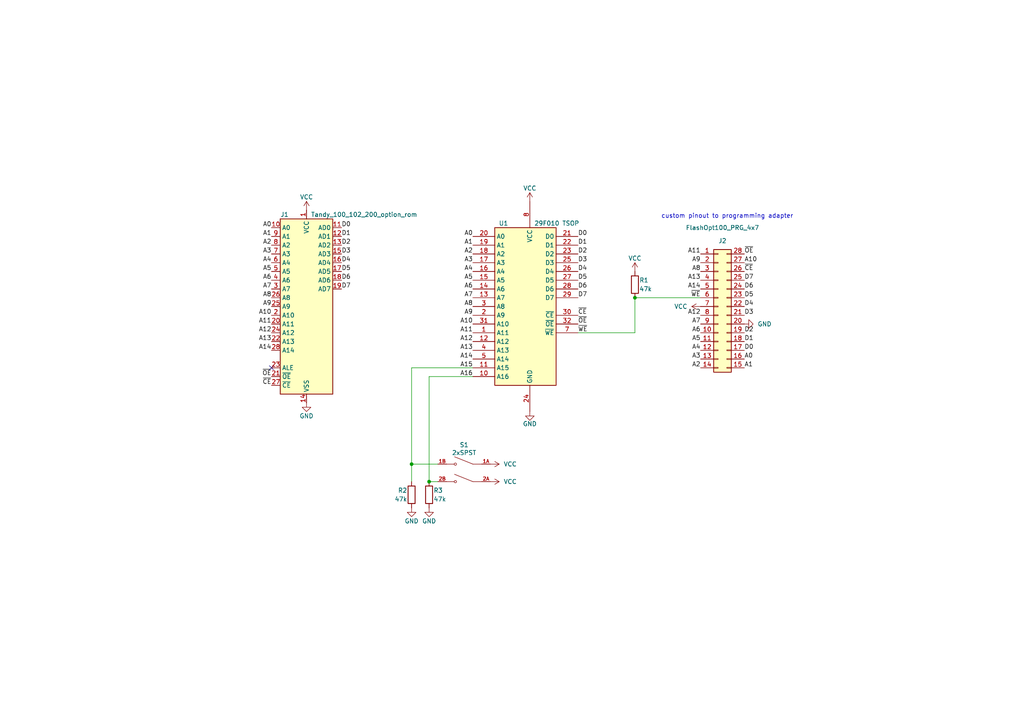
<source format=kicad_sch>
(kicad_sch (version 20211123) (generator eeschema)
  (paper "A4")
  (title_block (title "Flash-based Tandy Model 100/200 Option ROM") (date "2022-12-24") (rev "005"))
  (lib_symbols
    (symbol "000_LOCAL:29F010-TSOP-SP"
      (property "Reference" "U" (at 6.858 24.13 0))
      (property "Value" "29F010-TSOP-SP" (at 15.24 -24.13 0))
      (symbol "29F010-TSOP-SP_0_1"
        (rectangle (start -8.89 -22.86) (end 8.89 22.86) (stroke (width 0.254)) (fill (type background)))
      )
      (symbol "29F010-TSOP-SP_1_1"
        (pin input line (at -15.24 -7.62 0) (length 6.35) (name "A11") (number "1"))
        (pin input line (at -15.24 -20.32 0) (length 6.35) (name "A16") (number "10"))
        (pin input line (at -15.24 -17.78 0) (length 6.35) (name "A15") (number "11"))
        (pin input line (at -15.24 -10.16 0) (length 6.35) (name "A12") (number "12"))
        (pin input line (at -15.24 2.54 0) (length 6.35) (name "A7") (number "13"))
        (pin input line (at -15.24 5.08 0) (length 6.35) (name "A6") (number "14"))
        (pin input line (at -15.24 7.62 0) (length 6.35) (name "A5") (number "15"))
        (pin input line (at -15.24 10.16 0) (length 6.35) (name "A4") (number "16"))
        (pin input line (at -15.24 12.7 0) (length 6.35) (name "A3") (number "17"))
        (pin input line (at -15.24 15.24 0) (length 6.35) (name "A2") (number "18"))
        (pin input line (at -15.24 17.78 0) (length 6.35) (name "A1") (number "19"))
        (pin input line (at -15.24 -2.54 0) (length 6.35) (name "A9") (number "2"))
        (pin input line (at -15.24 20.32 0) (length 6.35) (name "A0") (number "20"))
        (pin tri_state line (at 15.24 20.32 180) (length 6.35) (name "D0") (number "21"))
        (pin tri_state line (at 15.24 17.78 180) (length 6.35) (name "D1") (number "22"))
        (pin tri_state line (at 15.24 15.24 180) (length 6.35) (name "D2") (number "23"))
        (pin input line (at 1.27 -30.48 90) (length 7.62) (name "GND") (number "24"))
        (pin tri_state line (at 15.24 12.7 180) (length 6.35) (name "D3") (number "25"))
        (pin tri_state line (at 15.24 10.16 180) (length 6.35) (name "D4") (number "26"))
        (pin tri_state line (at 15.24 7.62 180) (length 6.35) (name "D5") (number "27"))
        (pin tri_state line (at 15.24 5.08 180) (length 6.35) (name "D6") (number "28"))
        (pin tri_state line (at 15.24 2.54 180) (length 6.35) (name "D7") (number "29"))
        (pin input line (at -15.24 0 0) (length 6.35) (name "A8") (number "3"))
        (pin input line (at 15.24 -2.54 180) (length 6.35) (name "~{CE}") (number "30"))
        (pin input line (at -15.24 -5.08 0) (length 6.35) (name "A10") (number "31"))
        (pin input line (at 15.24 -5.08 180) (length 6.35) (name "~{OE}") (number "32"))
        (pin input line (at -15.24 -12.7 0) (length 6.35) (name "A13") (number "4"))
        (pin input line (at -15.24 -15.24 0) (length 6.35) (name "A14") (number "5"))
        (pin input line (at 15.24 -7.62 180) (length 6.35) (name "~{WE}") (number "7"))
        (pin input line (at 1.27 30.48 270) (length 7.62) (name "VCC") (number "8"))
      )
    )
    (symbol "000_LOCAL:DS05-127-2-02BK-SMT-TR" (pin_names (offset 1.016) hide)
      (property "Reference" "S" (at -2.54 5.08 0))
      (property "Value" "DS05-127-2-02BK-SMT-TR" (at -2.54 -5.08 0))
      (symbol "DS05-127-2-02BK-SMT-TR_0_0"
        (polyline (pts (xy -2.54 -2.54) (xy -5.08 -2.54)) (stroke (width 0.1524)))
        (polyline (pts (xy -2.54 -2.54) (xy 2.794 -0.4064)) (stroke (width 0.1524)))
        (polyline (pts (xy -2.54 2.54) (xy -5.08 2.54)) (stroke (width 0.1524)))
        (polyline (pts (xy -2.54 2.54) (xy 2.794 4.6736)) (stroke (width 0.1524)))
        (polyline (pts (xy 5.08 -2.54) (xy 2.921 -2.54)) (stroke (width 0.1524)))
        (polyline (pts (xy 5.08 2.54) (xy 2.921 2.54)) (stroke (width 0.1524)))
        (circle (center 2.54 -2.54) (radius 0.3302) (stroke (width 0.1524)))
        (circle (center 2.54 2.54) (radius 0.3302) (stroke (width 0.1524)))
        (pin passive line (at -7.62 2.54 0) (length 2.54) (name "~") (number "1A"))
        (pin passive line (at 7.62 2.54 180) (length 2.54) (name "~") (number "1B"))
        (pin passive line (at -7.62 -2.54 0) (length 2.54) (name "~") (number "2A"))
        (pin passive line (at 7.62 -2.54 180) (length 2.54) (name "~") (number "2B"))
      )
    )
    (symbol "000_LOCAL:FlashOpt100_PRG_4x7" (pin_names (offset 1.016) hide)
      (property "Reference" "J" (at 1.27 17.78 0))
      (property "Value" "FlashOpt100_PRG_4x7" (at 1.27 -20.32 0))
      (symbol "FlashOpt100_PRG_4x7_1_1"
        (rectangle (start -1.27 -17.653) (end 0 -17.907) (stroke (width 0.1524)))
        (rectangle (start -1.27 -15.113) (end 0 -15.367) (stroke (width 0.1524)))
        (rectangle (start -1.27 -12.573) (end 0 -12.827) (stroke (width 0.1524)))
        (rectangle (start -1.27 -10.033) (end 0 -10.287) (stroke (width 0.1524)))
        (rectangle (start -1.27 -7.493) (end 0 -7.747) (stroke (width 0.1524)))
        (rectangle (start -1.27 -4.953) (end 0 -5.207) (stroke (width 0.1524)))
        (rectangle (start -1.27 -2.413) (end 0 -2.667) (stroke (width 0.1524)))
        (rectangle (start -1.27 0.127) (end 0 -0.127) (stroke (width 0.1524)))
        (rectangle (start -1.27 2.667) (end 0 2.413) (stroke (width 0.1524)))
        (rectangle (start -1.27 5.207) (end 0 4.953) (stroke (width 0.1524)))
        (rectangle (start -1.27 7.747) (end 0 7.493) (stroke (width 0.1524)))
        (rectangle (start -1.27 10.287) (end 0 10.033) (stroke (width 0.1524)))
        (rectangle (start -1.27 12.827) (end 0 12.573) (stroke (width 0.1524)))
        (rectangle (start -1.27 15.367) (end 0 15.113) (stroke (width 0.1524)))
        (rectangle (start -1.27 16.51) (end 3.81 -19.05) (stroke (width 0.254)) (fill (type background)))
        (rectangle (start 3.81 -17.653) (end 2.54 -17.907) (stroke (width 0.1524)))
        (rectangle (start 3.81 -15.113) (end 2.54 -15.367) (stroke (width 0.1524)))
        (rectangle (start 3.81 -12.573) (end 2.54 -12.827) (stroke (width 0.1524)))
        (rectangle (start 3.81 -10.033) (end 2.54 -10.287) (stroke (width 0.1524)))
        (rectangle (start 3.81 -7.493) (end 2.54 -7.747) (stroke (width 0.1524)))
        (rectangle (start 3.81 -4.953) (end 2.54 -5.207) (stroke (width 0.1524)))
        (rectangle (start 3.81 -2.413) (end 2.54 -2.667) (stroke (width 0.1524)))
        (rectangle (start 3.81 0.127) (end 2.54 -0.127) (stroke (width 0.1524)))
        (rectangle (start 3.81 2.667) (end 2.54 2.413) (stroke (width 0.1524)))
        (rectangle (start 3.81 5.207) (end 2.54 4.953) (stroke (width 0.1524)))
        (rectangle (start 3.81 7.747) (end 2.54 7.493) (stroke (width 0.1524)))
        (rectangle (start 3.81 10.287) (end 2.54 10.033) (stroke (width 0.1524)))
        (rectangle (start 3.81 12.827) (end 2.54 12.573) (stroke (width 0.1524)))
        (rectangle (start 3.81 15.367) (end 2.54 15.113) (stroke (width 0.1524)))
        (pin passive line (at -5.08 15.24 0) (length 3.81) (name "Pin_1") (number "1"))
        (pin passive line (at -5.08 -7.62 0) (length 3.81) (name "Pin_10") (number "10"))
        (pin passive line (at -5.08 -10.16 0) (length 3.81) (name "Pin_11") (number "11"))
        (pin passive line (at -5.08 -12.7 0) (length 3.81) (name "Pin_12") (number "12"))
        (pin passive line (at -5.08 -15.24 0) (length 3.81) (name "Pin_13") (number "13"))
        (pin passive line (at -5.08 -17.78 0) (length 3.81) (name "Pin_14") (number "14"))
        (pin passive line (at 7.62 -17.78 180) (length 3.81) (name "Pin_15") (number "15"))
        (pin passive line (at 7.62 -15.24 180) (length 3.81) (name "Pin_16") (number "16"))
        (pin passive line (at 7.62 -12.7 180) (length 3.81) (name "Pin_17") (number "17"))
        (pin passive line (at 7.62 -10.16 180) (length 3.81) (name "Pin_18") (number "18"))
        (pin passive line (at 7.62 -7.62 180) (length 3.81) (name "Pin_19") (number "19"))
        (pin passive line (at -5.08 12.7 0) (length 3.81) (name "Pin_2") (number "2"))
        (pin passive line (at 7.62 -5.08 180) (length 3.81) (name "Pin_20") (number "20"))
        (pin passive line (at 7.62 -2.54 180) (length 3.81) (name "Pin_21") (number "21"))
        (pin passive line (at 7.62 0 180) (length 3.81) (name "Pin_22") (number "22"))
        (pin passive line (at 7.62 2.54 180) (length 3.81) (name "Pin_23") (number "23"))
        (pin passive line (at 7.62 5.08 180) (length 3.81) (name "Pin_24") (number "24"))
        (pin passive line (at 7.62 7.62 180) (length 3.81) (name "Pin_25") (number "25"))
        (pin passive line (at 7.62 10.16 180) (length 3.81) (name "Pin_26") (number "26"))
        (pin passive line (at 7.62 12.7 180) (length 3.81) (name "Pin_27") (number "27"))
        (pin passive line (at 7.62 15.24 180) (length 3.81) (name "Pin_28") (number "28"))
        (pin passive line (at -5.08 10.16 0) (length 3.81) (name "Pin_3") (number "3"))
        (pin passive line (at -5.08 7.62 0) (length 3.81) (name "Pin_4") (number "4"))
        (pin passive line (at -5.08 5.08 0) (length 3.81) (name "Pin_5") (number "5"))
        (pin passive line (at -5.08 2.54 0) (length 3.81) (name "Pin_6") (number "6"))
        (pin passive line (at -5.08 0 0) (length 3.81) (name "Pin_7") (number "7"))
        (pin passive line (at -5.08 -2.54 0) (length 3.81) (name "Pin_8") (number "8"))
        (pin passive line (at -5.08 -5.08 0) (length 3.81) (name "Pin_9") (number "9"))
      )
    )
    (symbol "000_LOCAL:R" (pin_numbers hide) (pin_names (offset 0))
      (property "Reference" "R" (at 2.032 0 90))
      (property "Value" "R" (at 0 0 90))
      (symbol "R_0_1"
        (rectangle (start -1.016 -2.54) (end 1.016 2.54) (stroke (width 0.254)))
      )
      (symbol "R_1_1"
        (pin passive line (at 0 3.81 270) (length 1.27) (name "~") (number "1"))
        (pin passive line (at 0 -3.81 90) (length 1.27) (name "~") (number "2"))
      )
    )
    (symbol "000_LOCAL:Tandy_100_102_200_option_rom"
      (property "Reference" "U" (at -7.62 26.67 0))
      (property "Value" "Tandy_100_102_200_option_rom" (at 2.54 -26.67 0))
      (symbol "Tandy_100_102_200_option_rom_1_1"
        (rectangle (start -7.62 25.4) (end 7.62 -25.4) (stroke (width 0.254)) (fill (type background)))
        (pin power_in line (at 0 27.94 270) (length 2.54) (name "VCC") (number "1"))
        (pin input line (at -10.16 22.86 0) (length 2.54) (name "A0") (number "10"))
        (pin tri_state line (at 10.16 22.86 180) (length 2.54) (name "AD0") (number "11"))
        (pin tri_state line (at 10.16 20.32 180) (length 2.54) (name "AD1") (number "12"))
        (pin tri_state line (at 10.16 17.78 180) (length 2.54) (name "AD2") (number "13"))
        (pin power_in line (at 0 -27.94 90) (length 2.54) (name "VSS") (number "14"))
        (pin tri_state line (at 10.16 15.24 180) (length 2.54) (name "AD3") (number "15"))
        (pin tri_state line (at 10.16 12.7 180) (length 2.54) (name "AD4") (number "16"))
        (pin tri_state line (at 10.16 10.16 180) (length 2.54) (name "AD5") (number "17"))
        (pin tri_state line (at 10.16 7.62 180) (length 2.54) (name "AD6") (number "18"))
        (pin tri_state line (at 10.16 5.08 180) (length 2.54) (name "AD7") (number "19"))
        (pin input line (at -10.16 -2.54 0) (length 2.54) (name "A10") (number "2"))
        (pin input line (at -10.16 -5.08 0) (length 2.54) (name "A11") (number "20"))
        (pin input line (at -10.16 -20.32 0) (length 2.54) (name "~{OE}") (number "21"))
        (pin input line (at -10.16 -10.16 0) (length 2.54) (name "A13") (number "22"))
        (pin input line (at -10.16 -17.78 0) (length 2.54) (name "ALE") (number "23"))
        (pin input line (at -10.16 -7.62 0) (length 2.54) (name "A12") (number "24"))
        (pin input line (at -10.16 0 0) (length 2.54) (name "A9") (number "25"))
        (pin input line (at -10.16 2.54 0) (length 2.54) (name "A8") (number "26"))
        (pin input line (at -10.16 -22.86 0) (length 2.54) (name "~{CE}") (number "27"))
        (pin input line (at -10.16 -12.7 0) (length 2.54) (name "A14") (number "28"))
        (pin input line (at -10.16 5.08 0) (length 2.54) (name "A7") (number "3"))
        (pin input line (at -10.16 7.62 0) (length 2.54) (name "A6") (number "4"))
        (pin input line (at -10.16 10.16 0) (length 2.54) (name "A5") (number "5"))
        (pin input line (at -10.16 12.7 0) (length 2.54) (name "A4") (number "6"))
        (pin input line (at -10.16 15.24 0) (length 2.54) (name "A3") (number "7"))
        (pin input line (at -10.16 17.78 0) (length 2.54) (name "A2") (number "8"))
        (pin input line (at -10.16 20.32 0) (length 2.54) (name "A1") (number "9"))
      )
    )
    (symbol "power:GND" (power) (pin_names (offset 0))
      (property "Value" "GND" (at 0 -3.81 0))
      (symbol "GND_0_1"
        (polyline (pts (xy 0 0) (xy 0 -1.27) (xy 1.27 -1.27) (xy 0 -2.54) (xy -1.27 -1.27) (xy 0 -1.27)))
      )
      (symbol "GND_1_1"
        (pin power_in line (at 0 0 270) (length 0) hide (name "GND") (number "1"))
      )
    )
    (symbol "power:VCC" (power) (pin_names (offset 0))
      (property "Value" "VCC" (at 0 3.81 0))
      (symbol "VCC_0_1"
        (polyline (pts (xy -0.762 1.27) (xy 0 2.54)))
        (polyline (pts (xy 0 0) (xy 0 2.54)))
        (polyline (pts (xy 0 2.54) (xy 0.762 1.27)))
      )
      (symbol "VCC_1_1"
        (pin power_in line (at 0 0 90) (length 0) hide (name "VCC") (number "1"))
      )
    )
  )
  (junction (at 119.38 134.62))
  (junction (at 184.15 86.36))
  (junction (at 124.46 139.7))
  (no_connect (at 78.74 106.68))
  (wire (pts (xy 124.46 109.22) (xy 137.16 109.22)))
  (wire (pts (xy 119.38 134.62) (xy 127 134.62)))
  (wire (pts (xy 127 139.7) (xy 124.46 139.7)))
  (wire (pts (xy 184.15 86.36) (xy 203.2 86.36)))
  (wire (pts (xy 119.38 106.68) (xy 119.38 134.62)))
  (wire (pts (xy 184.15 86.36) (xy 184.15 96.52)))
  (wire (pts (xy 124.46 139.7) (xy 124.46 109.22)))
  (wire (pts (xy 184.15 96.52) (xy 167.64 96.52)))
  (wire (pts (xy 137.16 106.68) (xy 119.38 106.68)))
  (wire (pts (xy 119.38 134.62) (xy 119.38 139.7)))
  (text "custom pinout to programming adapter" (at 191.77 63.5 0) (effects (font (size 1.27 1.27)) (justify left bottom)))
  (label "A6" (at 137.16 83.82 180))
  (label "D6" (at 99.06 81.28 0))
  (label "D0" (at 215.9 101.6 0))
  (label "A8" (at 203.2 78.74 180))
  (label "A11" (at 78.74 93.98 180))
  (label "A2" (at 203.2 106.68 180))
  (label "~{OE}" (at 167.64 93.98 0))
  (label "~{OE}" (at 78.74 109.22 180))
  (label "D4" (at 99.06 76.2 0))
  (label "A9" (at 137.16 91.44 180))
  (label "A12" (at 137.16 99.06 180))
  (label "D1" (at 215.9 99.06 0))
  (label "D6" (at 167.64 83.82 0))
  (label "A4" (at 203.2 101.6 180))
  (label "A5" (at 78.74 78.74 180))
  (label "A14" (at 78.74 101.6 180))
  (label "D5" (at 167.64 81.28 0))
  (label "D3" (at 215.9 91.44 0))
  (label "A1" (at 215.9 106.68 0))
  (label "A2" (at 137.16 73.66 180))
  (label "D0" (at 99.06 66.04 0))
  (label "~{CE}" (at 78.74 111.76 180))
  (label "A12" (at 78.74 96.52 180))
  (label "D3" (at 99.06 73.66 0))
  (label "A15" (at 137.16 106.68 180))
  (label "A13" (at 203.2 81.28 180))
  (label "A3" (at 203.2 104.14 180))
  (label "A0" (at 78.74 66.04 180))
  (label "A14" (at 137.16 104.14 180))
  (label "D2" (at 99.06 71.12 0))
  (label "A14" (at 203.2 83.82 180))
  (label "D7" (at 167.64 86.36 0))
  (label "A9" (at 78.74 88.9 180))
  (label "A3" (at 137.16 76.2 180))
  (label "D6" (at 215.9 83.82 0))
  (label "A0" (at 215.9 104.14 0))
  (label "D0" (at 167.64 68.58 0))
  (label "A4" (at 137.16 78.74 180))
  (label "~{WE}" (at 167.64 96.52 0))
  (label "A10" (at 137.16 93.98 180))
  (label "~{CE}" (at 167.64 91.44 0))
  (label "A7" (at 78.74 83.82 180))
  (label "~{CE}" (at 215.9 78.74 0))
  (label "A9" (at 203.2 76.2 180))
  (label "A8" (at 137.16 88.9 180))
  (label "~{WE}" (at 203.2 86.36 180))
  (label "A2" (at 78.74 71.12 180))
  (label "A13" (at 78.74 99.06 180))
  (label "D2" (at 167.64 73.66 0))
  (label "A11" (at 137.16 96.52 180))
  (label "D7" (at 99.06 83.82 0))
  (label "A3" (at 78.74 73.66 180))
  (label "A10" (at 78.74 91.44 180))
  (label "D2" (at 215.9 96.52 0))
  (label "A4" (at 78.74 76.2 180))
  (label "D1" (at 99.06 68.58 0))
  (label "A7" (at 137.16 86.36 180))
  (label "A1" (at 78.74 68.58 180))
  (label "A13" (at 137.16 101.6 180))
  (label "D5" (at 215.9 86.36 0))
  (label "A5" (at 137.16 81.28 180))
  (label "A11" (at 203.2 73.66 180))
  (label "D5" (at 99.06 78.74 0))
  (label "D7" (at 215.9 81.28 0))
  (label "A0" (at 137.16 68.58 180))
  (label "D4" (at 215.9 88.9 0))
  (label "A12" (at 203.2 91.44 180))
  (label "D4" (at 167.64 78.74 0))
  (label "A8" (at 78.74 86.36 180))
  (label "A16" (at 137.16 109.22 180))
  (label "A7" (at 203.2 93.98 180))
  (label "A6" (at 78.74 81.28 180))
  (label "A10" (at 215.9 76.2 0))
  (label "A6" (at 203.2 96.52 180))
  (label "A5" (at 203.2 99.06 180))
  (label "D3" (at 167.64 76.2 0))
  (label "D1" (at 167.64 71.12 0))
  (label "~{OE}" (at 215.9 73.66 0))
  (label "A1" (at 137.16 71.12 180))
  (symbol (lib_id "000_LOCAL:29F010-TSOP-SP") (at 152.4 88.9 0) (unit 1)
    (property "Reference" "U1" (at 146.05 64.77 0))
    (property "Value" "29F010 TSOP" (at 154.94 64.77 0) (effects (justify left)))
    (property "Footprint" "000_LOCAL:TSOP32-14mm" (effects hide))
    (property "Datasheet" "http://ww1.microchip.com/downloads/en/DeviceDoc/doc0006.pdf" (effects hide))
  )
  (symbol (lib_id "000_LOCAL:R") (at 184.15 82.55 0) (mirror y) (unit 1)
    (property "Reference" "R1" (at 185.42 81.28 0) (effects (justify right)))
    (property "Value" "47k" (at 185.42 83.82 0) (effects (justify right)))
    (property "Footprint" "000_LOCAL:R_0805" (effects hide))
  )
  (symbol (lib_id "000_LOCAL:Tandy_100_102_200_option_rom") (at 88.9 88.9 0) (unit 1)
    (property "Reference" "J1" (at 82.55 62.23 0))
    (property "Value" "Tandy_100_102_200_option_rom" (at 90.17 62.23 0) (effects (justify left)))
    (property "Footprint" "000_LOCAL:Molex78802_PCB_28" (effects hide))
  )
  (symbol (lib_id "power:VCC") (at 153.67 58.42 0) (unit 1)
    (property "Reference" "#PWR0101" (effects hide))
    (property "Value" "VCC" (at 153.67 54.61 0))
  )
  (symbol (lib_id "power:VCC") (at 88.9 60.96 0) (unit 1)
    (property "Reference" "#PWR0102" (effects hide))
    (property "Value" "VCC" (at 88.9 57.15 0))
  )
  (symbol (lib_id "power:VCC") (at 184.15 78.74 0) (mirror y) (unit 1)
    (property "Reference" "#PWR0105" (effects hide))
    (property "Value" "VCC" (at 184.15 74.93 0))
  )
  (symbol (lib_id "000_LOCAL:R") (at 119.38 143.51 0) (mirror x) (unit 1)
    (property "Reference" "R2" (at 118.11 142.24 0) (effects (justify right)))
    (property "Value" "47k" (at 118.11 144.78 0) (effects (justify right)))
    (property "Footprint" "000_LOCAL:R_0805" (effects hide))
  )
  (symbol (lib_id "power:GND") (at 119.38 147.32 0) (mirror y) (unit 1)
    (property "Reference" "#PWR0106" (effects hide))
    (property "Value" "GND" (at 119.38 151.13 0))
  )
  (symbol (lib_id "000_LOCAL:R") (at 124.46 143.51 0) (mirror x) (unit 1)
    (property "Reference" "R3" (at 125.73 142.24 0) (effects (justify left)))
    (property "Value" "47k" (at 125.73 144.78 0) (effects (justify left)))
    (property "Footprint" "000_LOCAL:R_0805" (effects hide))
  )
  (symbol (lib_id "000_LOCAL:DS05-127-2-02BK-SMT-TR") (at 134.62 137.16 0) (mirror y) (unit 1)
    (property "Reference" "S1" (at 134.62 129.032 0))
    (property "Value" "2xSPST" (at 134.62 131.318 0))
    (property "Footprint" "000_LOCAL:SW_DS05-127-2-02BK-SMT-TR" (effects hide))
    (property "Datasheet" "Manufacturer Recommendations" (effects hide))
    (property "Field4" "2.60 mm" (effects hide))
    (property "Field5" "CUI Inc." (effects hide))
    (property "Field6" "V0.0" (effects hide))
  )
  (symbol (lib_id "power:VCC") (at 142.24 134.62 270) (mirror x) (unit 1)
    (property "Reference" "#PWR0108" (effects hide))
    (property "Value" "VCC" (at 146.05 134.62 90) (effects (justify left)))
  )
  (symbol (lib_id "power:VCC") (at 142.24 139.7 270) (mirror x) (unit 1)
    (property "Reference" "#PWR0109" (effects hide))
    (property "Value" "VCC" (at 146.05 139.7 90) (effects (justify left)))
  )
  (symbol (lib_id "power:GND") (at 88.9 116.84 0) (unit 1)
    (property "Reference" "#PWR0104" (effects hide))
    (property "Value" "GND" (at 88.9 120.65 0))
  )
  (symbol (lib_id "power:GND") (at 153.67 119.38 0) (unit 1)
    (property "Reference" "#PWR0107" (effects hide))
    (property "Value" "GND" (at 153.67 122.936 0))
  )
  (symbol (lib_id "000_LOCAL:FlashOpt100_PRG_4x7") (at 208.28 88.9 0) (unit 1)
    (property "Reference" "J2" (at 209.55 69.85 0))
    (property "Value" "FlashOpt100_PRG_4x7" (at 209.55 66.04 0))
    (property "Footprint" "000_LOCAL:FlashOpt100_PRG_4x7_female_offset" (effects hide))
    (property "Datasheet" "http://ww1.microchip.com/downloads/en/DeviceDoc/doc0014.pdf" (effects hide))
  )
  (symbol (lib_id "power:VCC") (at 203.2 88.9 90) (unit 1)
    (property "Reference" "#PWR0110" (effects hide))
    (property "Value" "VCC" (at 199.39 88.9 90) (effects (justify left)))
  )
  (symbol (lib_id "power:GND") (at 215.9 93.98 90) (unit 1)
    (property "Reference" "#PWR0111" (effects hide))
    (property "Value" "GND" (at 219.71 93.98 90) (effects (justify right)))
  )
  (symbol (lib_id "power:GND") (at 124.46 147.32 0) (mirror y) (unit 1)
    (property "Reference" "#PWR0103" (effects hide))
    (property "Value" "GND" (at 124.46 151.13 0))
  )
)
</source>
